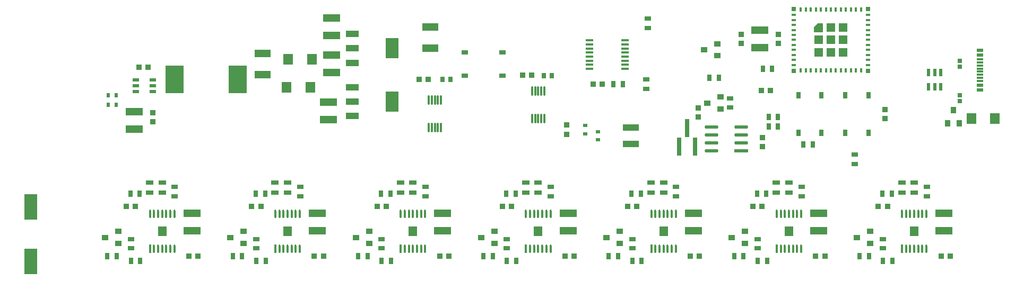
<source format=gtp>
G04*
G04 #@! TF.GenerationSoftware,Altium Limited,Altium Designer,24.5.2 (23)*
G04*
G04 Layer_Color=8421504*
%FSLAX44Y44*%
%MOMM*%
G71*
G04*
G04 #@! TF.SameCoordinates,89E67EBC-8B33-4F8A-85E1-C4BFE03A709E*
G04*
G04*
G04 #@! TF.FilePolarity,Positive*
G04*
G01*
G75*
%ADD19R,1.4345X1.5845*%
%ADD20R,1.4345X1.5845*%
G04:AMPARAMS|DCode=21|XSize=1.45mm|YSize=0.3mm|CornerRadius=0.0495mm|HoleSize=0mm|Usage=FLASHONLY|Rotation=90.000|XOffset=0mm|YOffset=0mm|HoleType=Round|Shape=RoundedRectangle|*
%AMROUNDEDRECTD21*
21,1,1.4500,0.2010,0,0,90.0*
21,1,1.3510,0.3000,0,0,90.0*
1,1,0.0990,0.1005,0.6755*
1,1,0.0990,0.1005,-0.6755*
1,1,0.0990,-0.1005,-0.6755*
1,1,0.0990,-0.1005,0.6755*
%
%ADD21ROUNDEDRECTD21*%
%ADD22R,0.6500X3.0000*%
%ADD23R,0.9121X0.9581*%
%ADD24R,2.6000X1.0500*%
G04:AMPARAMS|DCode=25|XSize=2.1692mm|YSize=0.5821mm|CornerRadius=0.2911mm|HoleSize=0mm|Usage=FLASHONLY|Rotation=180.000|XOffset=0mm|YOffset=0mm|HoleType=Round|Shape=RoundedRectangle|*
%AMROUNDEDRECTD25*
21,1,2.1692,0.0000,0,0,180.0*
21,1,1.5870,0.5821,0,0,180.0*
1,1,0.5821,-0.7935,0.0000*
1,1,0.5821,0.7935,0.0000*
1,1,0.5821,0.7935,0.0000*
1,1,0.5821,-0.7935,0.0000*
%
%ADD25ROUNDEDRECTD25*%
%ADD26R,2.1692X0.5821*%
%ADD27R,2.5000X1.2500*%
%ADD28R,0.6000X0.8000*%
%ADD29R,0.8000X0.6000*%
%ADD30R,1.0000X0.7000*%
%ADD31R,1.5240X1.6764*%
%ADD32R,0.9652X1.0668*%
%ADD33R,0.7000X1.0000*%
%ADD34R,0.8000X1.0000*%
%ADD35R,2.7000X1.3000*%
%ADD36R,0.3408X1.3554*%
G04:AMPARAMS|DCode=37|XSize=1.3554mm|YSize=0.3408mm|CornerRadius=0.1704mm|HoleSize=0mm|Usage=FLASHONLY|Rotation=90.000|XOffset=0mm|YOffset=0mm|HoleType=Round|Shape=RoundedRectangle|*
%AMROUNDEDRECTD37*
21,1,1.3554,0.0000,0,0,90.0*
21,1,1.0147,0.3408,0,0,90.0*
1,1,0.3408,0.0000,0.5073*
1,1,0.3408,0.0000,-0.5073*
1,1,0.3408,0.0000,-0.5073*
1,1,0.3408,0.0000,0.5073*
%
%ADD37ROUNDEDRECTD37*%
%ADD38R,1.2500X0.8000*%
%ADD39R,1.0000X0.8000*%
%ADD40R,1.0668X0.9652*%
%ADD41R,0.9581X0.9121*%
G04:AMPARAMS|DCode=42|XSize=0.4mm|YSize=1.2mm|CornerRadius=0.05mm|HoleSize=0mm|Usage=FLASHONLY|Rotation=270.000|XOffset=0mm|YOffset=0mm|HoleType=Round|Shape=RoundedRectangle|*
%AMROUNDEDRECTD42*
21,1,0.4000,1.1000,0,0,270.0*
21,1,0.3000,1.2000,0,0,270.0*
1,1,0.1000,-0.5500,-0.1500*
1,1,0.1000,-0.5500,0.1500*
1,1,0.1000,0.5500,0.1500*
1,1,0.1000,0.5500,-0.1500*
%
%ADD42ROUNDEDRECTD42*%
%ADD43R,1.1400X0.6000*%
%ADD44R,1.1400X0.3000*%
%ADD45R,0.6000X1.2000*%
%ADD46R,0.6725X0.7154*%
G04:AMPARAMS|DCode=47|XSize=1mm|YSize=2.05mm|CornerRadius=0.05mm|HoleSize=0mm|Usage=FLASHONLY|Rotation=90.000|XOffset=0mm|YOffset=0mm|HoleType=Round|Shape=RoundedRectangle|*
%AMROUNDEDRECTD47*
21,1,1.0000,1.9500,0,0,90.0*
21,1,0.9000,2.0500,0,0,90.0*
1,1,0.1000,0.9750,0.4500*
1,1,0.1000,0.9750,-0.4500*
1,1,0.1000,-0.9750,-0.4500*
1,1,0.1000,-0.9750,0.4500*
%
%ADD47ROUNDEDRECTD47*%
G04:AMPARAMS|DCode=48|XSize=3.25mm|YSize=2.05mm|CornerRadius=0.0513mm|HoleSize=0mm|Usage=FLASHONLY|Rotation=90.000|XOffset=0mm|YOffset=0mm|HoleType=Round|Shape=RoundedRectangle|*
%AMROUNDEDRECTD48*
21,1,3.2500,1.9475,0,0,90.0*
21,1,3.1475,2.0500,0,0,90.0*
1,1,0.1025,0.9738,1.5738*
1,1,0.1025,0.9738,-1.5738*
1,1,0.1025,-0.9738,-1.5738*
1,1,0.1025,-0.9738,1.5738*
%
%ADD48ROUNDEDRECTD48*%
%ADD49R,2.0000X4.1000*%
%ADD50R,0.7581X0.8121*%
%ADD51R,1.0000X0.6000*%
%ADD52R,3.0000X4.5000*%
%ADD53R,0.8000X0.4000*%
%ADD54R,0.4000X0.8000*%
%ADD55R,1.4500X1.4500*%
%ADD56R,0.7000X0.7000*%
G36*
X1439500Y501000D02*
X1425000D01*
Y509500D01*
X1431000Y515500D01*
X1439500D01*
Y501000D01*
D02*
G37*
D19*
X385000Y182500D02*
D03*
X1585000D02*
D03*
X1385000D02*
D03*
D20*
X1185000D02*
D03*
X985000D02*
D03*
X785000D02*
D03*
X585000D02*
D03*
D21*
X975000Y407000D02*
D03*
X980000D02*
D03*
X985000D02*
D03*
X990000D02*
D03*
X995000D02*
D03*
Y363000D02*
D03*
X990000D02*
D03*
X985000D02*
D03*
X980000D02*
D03*
X975000D02*
D03*
X810000Y392000D02*
D03*
X815000D02*
D03*
X820000D02*
D03*
X825000D02*
D03*
X830000D02*
D03*
Y348000D02*
D03*
X825000D02*
D03*
X820000D02*
D03*
X815000D02*
D03*
X810000D02*
D03*
D22*
X1222500Y347500D02*
D03*
X1235200Y317500D02*
D03*
X1209800D02*
D03*
D23*
X1342500Y317730D02*
D03*
Y332270D02*
D03*
X1538500Y377270D02*
D03*
Y362730D02*
D03*
X1368500Y497270D02*
D03*
Y482730D02*
D03*
X1308500Y497270D02*
D03*
Y482730D02*
D03*
X1240000Y379770D02*
D03*
Y365230D02*
D03*
X370000Y372270D02*
D03*
Y357730D02*
D03*
X1030000Y337730D02*
D03*
Y352270D02*
D03*
D24*
X1132500Y348250D02*
D03*
Y321750D02*
D03*
D25*
X1261364Y310950D02*
D03*
Y323650D02*
D03*
Y336350D02*
D03*
Y349050D02*
D03*
X1308636D02*
D03*
Y336350D02*
D03*
Y323650D02*
D03*
D26*
Y310950D02*
D03*
D27*
X812500Y475500D02*
D03*
Y509500D02*
D03*
X545000Y467000D02*
D03*
Y433000D02*
D03*
D28*
X311500Y400000D02*
D03*
X298500D02*
D03*
Y385000D02*
D03*
X311500D02*
D03*
D29*
X1060000Y351500D02*
D03*
Y338500D02*
D03*
X1080000Y341500D02*
D03*
Y328500D02*
D03*
D30*
X867500Y468500D02*
D03*
X927500D02*
D03*
X867500Y431500D02*
D03*
X927500D02*
D03*
D31*
X1713796Y362500D02*
D03*
X1676204D02*
D03*
X623796Y457500D02*
D03*
X586204D02*
D03*
X621296Y412500D02*
D03*
X583704D02*
D03*
D32*
X1638000Y355000D02*
D03*
X1657152D02*
D03*
X1647500Y376176D02*
D03*
D33*
X1512000Y400000D02*
D03*
Y340000D02*
D03*
X1475000Y400000D02*
D03*
Y340000D02*
D03*
X1437000Y400000D02*
D03*
Y340000D02*
D03*
X1400000Y400000D02*
D03*
Y340000D02*
D03*
D34*
X1358293Y442580D02*
D03*
X1343293D02*
D03*
X1423098Y321535D02*
D03*
X1408098D02*
D03*
X312500Y142500D02*
D03*
X297500D02*
D03*
X349000Y242500D02*
D03*
X334000D02*
D03*
X335000Y135000D02*
D03*
X350000D02*
D03*
X1105000Y417500D02*
D03*
X1120000D02*
D03*
X1534000Y242500D02*
D03*
X1549000D02*
D03*
X1334000D02*
D03*
X1349000D02*
D03*
X1134000D02*
D03*
X1149000D02*
D03*
X934000D02*
D03*
X949000D02*
D03*
X734000D02*
D03*
X749000D02*
D03*
X534000D02*
D03*
X549000D02*
D03*
X1550000Y135000D02*
D03*
X1535000D02*
D03*
X1350000D02*
D03*
X1335000D02*
D03*
X1150000D02*
D03*
X1135000D02*
D03*
X950000D02*
D03*
X935000D02*
D03*
X750000D02*
D03*
X735000D02*
D03*
X550000D02*
D03*
X535000D02*
D03*
X1352500Y365000D02*
D03*
X1367500D02*
D03*
X1352500Y350000D02*
D03*
X1367500D02*
D03*
X1497500Y142500D02*
D03*
X1512500D02*
D03*
X1297500D02*
D03*
X1312500D02*
D03*
X1097500D02*
D03*
X1112500D02*
D03*
X897500D02*
D03*
X912500D02*
D03*
X697500D02*
D03*
X712500D02*
D03*
X497500D02*
D03*
X512500D02*
D03*
X1273293Y427581D02*
D03*
X1258293D02*
D03*
D35*
X1338500Y476000D02*
D03*
Y504000D02*
D03*
X432500Y183500D02*
D03*
Y211500D02*
D03*
X1632500D02*
D03*
Y183500D02*
D03*
X1432500Y211500D02*
D03*
Y183500D02*
D03*
X1232500Y211500D02*
D03*
Y183500D02*
D03*
X1032500Y211500D02*
D03*
Y183500D02*
D03*
X832500Y211500D02*
D03*
Y183500D02*
D03*
X632500Y211500D02*
D03*
Y183500D02*
D03*
X340000Y374000D02*
D03*
Y346000D02*
D03*
X650000Y389000D02*
D03*
Y361000D02*
D03*
X655000Y464000D02*
D03*
Y436000D02*
D03*
Y496000D02*
D03*
Y524000D02*
D03*
D36*
X365500Y154746D02*
D03*
X1565500D02*
D03*
X1365500D02*
D03*
X1165500D02*
D03*
X965500D02*
D03*
X765500D02*
D03*
X565500D02*
D03*
D37*
X372000D02*
D03*
X378500D02*
D03*
X385000D02*
D03*
X391500D02*
D03*
X398000D02*
D03*
X404500D02*
D03*
Y210254D02*
D03*
X398000D02*
D03*
X391500D02*
D03*
X385000D02*
D03*
X378500D02*
D03*
X372000D02*
D03*
X365500D02*
D03*
X1565500D02*
D03*
X1572000D02*
D03*
X1578500D02*
D03*
X1585000D02*
D03*
X1591500D02*
D03*
X1598000D02*
D03*
X1604500D02*
D03*
Y154746D02*
D03*
X1598000D02*
D03*
X1591500D02*
D03*
X1585000D02*
D03*
X1578500D02*
D03*
X1572000D02*
D03*
X1365500Y210254D02*
D03*
X1372000D02*
D03*
X1378500D02*
D03*
X1385000D02*
D03*
X1391500D02*
D03*
X1398000D02*
D03*
X1404500D02*
D03*
Y154746D02*
D03*
X1398000D02*
D03*
X1391500D02*
D03*
X1385000D02*
D03*
X1378500D02*
D03*
X1372000D02*
D03*
X1165500Y210254D02*
D03*
X1172000D02*
D03*
X1178500D02*
D03*
X1185000D02*
D03*
X1191500D02*
D03*
X1198000D02*
D03*
X1204500D02*
D03*
Y154746D02*
D03*
X1198000D02*
D03*
X1191500D02*
D03*
X1185000D02*
D03*
X1178500D02*
D03*
X1172000D02*
D03*
X965500Y210254D02*
D03*
X972000D02*
D03*
X978500D02*
D03*
X985000D02*
D03*
X991500D02*
D03*
X998000D02*
D03*
X1004500D02*
D03*
Y154746D02*
D03*
X998000D02*
D03*
X991500D02*
D03*
X985000D02*
D03*
X978500D02*
D03*
X972000D02*
D03*
X765500Y210254D02*
D03*
X772000D02*
D03*
X778500D02*
D03*
X785000D02*
D03*
X791500D02*
D03*
X798000D02*
D03*
X804500D02*
D03*
Y154746D02*
D03*
X798000D02*
D03*
X791500D02*
D03*
X785000D02*
D03*
X778500D02*
D03*
X772000D02*
D03*
X565500Y210254D02*
D03*
X572000D02*
D03*
X578500D02*
D03*
X585000D02*
D03*
X591500D02*
D03*
X598000D02*
D03*
X604500D02*
D03*
Y154746D02*
D03*
X598000D02*
D03*
X591500D02*
D03*
X585000D02*
D03*
X578500D02*
D03*
X572000D02*
D03*
D38*
X365000Y244500D02*
D03*
Y260500D02*
D03*
X385000Y244500D02*
D03*
Y260500D02*
D03*
X1585000D02*
D03*
Y244500D02*
D03*
X1565000Y260500D02*
D03*
Y244500D02*
D03*
X1385000Y260500D02*
D03*
Y244500D02*
D03*
X1365000Y260500D02*
D03*
Y244500D02*
D03*
X1185000Y260500D02*
D03*
Y244500D02*
D03*
X1165000Y260500D02*
D03*
Y244500D02*
D03*
X985000Y260500D02*
D03*
Y244500D02*
D03*
X965000Y260500D02*
D03*
Y244500D02*
D03*
X785000Y260500D02*
D03*
Y244500D02*
D03*
X765000Y260500D02*
D03*
Y244500D02*
D03*
X585000Y260500D02*
D03*
Y244500D02*
D03*
X565000Y260500D02*
D03*
Y244500D02*
D03*
D39*
X405000Y253500D02*
D03*
Y238500D02*
D03*
X335000Y155000D02*
D03*
Y170000D02*
D03*
X1605000Y238500D02*
D03*
Y253500D02*
D03*
X1405000Y238500D02*
D03*
Y253500D02*
D03*
X1205000Y238500D02*
D03*
Y253500D02*
D03*
X1005000Y238500D02*
D03*
Y253500D02*
D03*
X805000Y238500D02*
D03*
Y253500D02*
D03*
X605000Y238500D02*
D03*
Y253500D02*
D03*
X1535000Y170000D02*
D03*
Y155000D02*
D03*
X1335000Y170000D02*
D03*
Y155000D02*
D03*
X1135000Y170000D02*
D03*
Y155000D02*
D03*
X935000Y170000D02*
D03*
Y155000D02*
D03*
X735000Y170000D02*
D03*
Y155000D02*
D03*
X535000Y170000D02*
D03*
Y155000D02*
D03*
X1490000Y290000D02*
D03*
Y305000D02*
D03*
X1157500Y410000D02*
D03*
Y425000D02*
D03*
X1160000Y507500D02*
D03*
Y522500D02*
D03*
X1290793Y380081D02*
D03*
Y395081D02*
D03*
D40*
X293824Y172500D02*
D03*
X315000Y182152D02*
D03*
Y163000D02*
D03*
X1515000D02*
D03*
Y182152D02*
D03*
X1493824Y172500D02*
D03*
X1315000Y163000D02*
D03*
Y182152D02*
D03*
X1293824Y172500D02*
D03*
X1115000Y163000D02*
D03*
Y182152D02*
D03*
X1093824Y172500D02*
D03*
X915000Y163000D02*
D03*
Y182152D02*
D03*
X893824Y172500D02*
D03*
X715000Y163000D02*
D03*
Y182152D02*
D03*
X693824Y172500D02*
D03*
X515000Y163000D02*
D03*
Y182152D02*
D03*
X493824Y172500D02*
D03*
X1275793Y378080D02*
D03*
Y397233D02*
D03*
X1254617Y387581D02*
D03*
X1270793Y463081D02*
D03*
Y482233D02*
D03*
X1249617Y472581D02*
D03*
D41*
X342270Y222500D02*
D03*
X327730D02*
D03*
X427730Y142500D02*
D03*
X442270D02*
D03*
X1072730Y417500D02*
D03*
X1087270D02*
D03*
X960230Y432500D02*
D03*
X974770D02*
D03*
X795000Y425000D02*
D03*
X809540D02*
D03*
X1527730Y222500D02*
D03*
X1542270D02*
D03*
X1327730D02*
D03*
X1342270D02*
D03*
X1127730D02*
D03*
X1142270D02*
D03*
X927730D02*
D03*
X942270D02*
D03*
X727730D02*
D03*
X742270D02*
D03*
X842270Y142500D02*
D03*
X827730D02*
D03*
X527730Y222500D02*
D03*
X542270D02*
D03*
X1642270Y142500D02*
D03*
X1627730D02*
D03*
X1442270D02*
D03*
X1427730D02*
D03*
X1242270D02*
D03*
X1227730D02*
D03*
X1042270D02*
D03*
X1027730D02*
D03*
X642270D02*
D03*
X627730D02*
D03*
X362270Y445000D02*
D03*
X347730D02*
D03*
X1340793Y407581D02*
D03*
X1355333D02*
D03*
D42*
X1066500Y487750D02*
D03*
Y481250D02*
D03*
Y474750D02*
D03*
Y468250D02*
D03*
Y461750D02*
D03*
Y455250D02*
D03*
Y448750D02*
D03*
Y442250D02*
D03*
X1123500Y487750D02*
D03*
Y481250D02*
D03*
Y474750D02*
D03*
Y468250D02*
D03*
Y461750D02*
D03*
Y455250D02*
D03*
Y448750D02*
D03*
Y442250D02*
D03*
D43*
X1690000Y408214D02*
D03*
Y416214D02*
D03*
Y464214D02*
D03*
Y472214D02*
D03*
D44*
Y422714D02*
D03*
Y427714D02*
D03*
Y432714D02*
D03*
Y437714D02*
D03*
Y442714D02*
D03*
Y447714D02*
D03*
Y452714D02*
D03*
Y457714D02*
D03*
D45*
X1608000Y436714D02*
D03*
X1617500D02*
D03*
X1627000D02*
D03*
Y413714D02*
D03*
X1617500D02*
D03*
X1608000D02*
D03*
D46*
X1657500Y445429D02*
D03*
Y455000D02*
D03*
Y400000D02*
D03*
Y390429D02*
D03*
D47*
X688250Y498000D02*
D03*
Y475000D02*
D03*
Y452000D02*
D03*
Y367000D02*
D03*
Y390000D02*
D03*
Y413000D02*
D03*
D48*
X751750Y475000D02*
D03*
Y390000D02*
D03*
D49*
X175000Y134000D02*
D03*
Y221000D02*
D03*
D50*
X1006270Y431509D02*
D03*
X993730D02*
D03*
X845000Y425000D02*
D03*
X832460D02*
D03*
D51*
X370000Y424500D02*
D03*
Y415000D02*
D03*
Y405500D02*
D03*
X342500D02*
D03*
Y415000D02*
D03*
Y424500D02*
D03*
D52*
X405000Y425000D02*
D03*
X505000D02*
D03*
D53*
X1393000Y528500D02*
D03*
Y520500D02*
D03*
Y512500D02*
D03*
Y504500D02*
D03*
Y496500D02*
D03*
Y488500D02*
D03*
Y480500D02*
D03*
Y472500D02*
D03*
Y464500D02*
D03*
Y456500D02*
D03*
Y448500D02*
D03*
X1511000D02*
D03*
Y456500D02*
D03*
Y464500D02*
D03*
Y472500D02*
D03*
Y480500D02*
D03*
Y488500D02*
D03*
Y496500D02*
D03*
Y504500D02*
D03*
Y512500D02*
D03*
Y520500D02*
D03*
Y528500D02*
D03*
D54*
X1404000Y439500D02*
D03*
X1412000D02*
D03*
X1420000D02*
D03*
X1428000D02*
D03*
X1436000D02*
D03*
X1444000D02*
D03*
X1452000D02*
D03*
X1460000D02*
D03*
X1468000D02*
D03*
X1476000D02*
D03*
X1484000D02*
D03*
X1492000D02*
D03*
X1500000D02*
D03*
Y537500D02*
D03*
X1492000D02*
D03*
X1484000D02*
D03*
X1476000D02*
D03*
X1468000D02*
D03*
X1460000D02*
D03*
X1452000D02*
D03*
X1444000D02*
D03*
X1436000D02*
D03*
X1428000D02*
D03*
X1420000D02*
D03*
X1412000D02*
D03*
X1404000D02*
D03*
D55*
X1452000Y488500D02*
D03*
X1471750Y508250D02*
D03*
X1452000D02*
D03*
X1432250Y488500D02*
D03*
Y468750D02*
D03*
X1452000D02*
D03*
X1471750D02*
D03*
Y488500D02*
D03*
D56*
X1392500Y538000D02*
D03*
Y439000D02*
D03*
X1511500D02*
D03*
Y538000D02*
D03*
M02*

</source>
